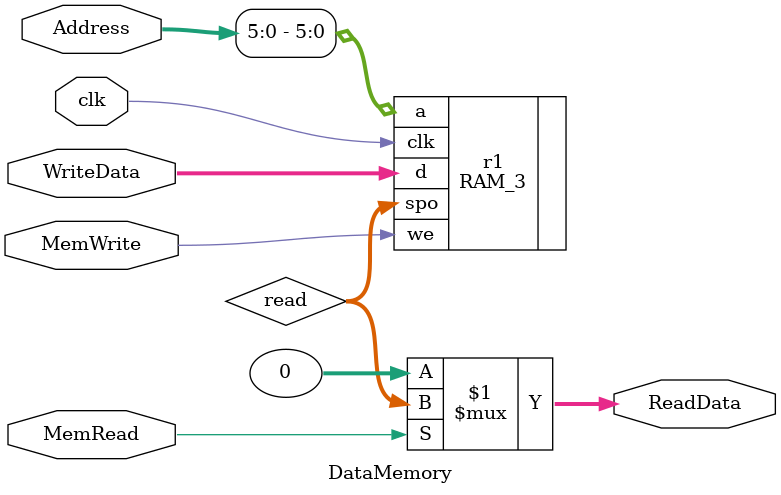
<source format=v>
`timescale 1ns / 1ps
module DataMemory(
    input [31:0] Address,
    input [31:0] WriteData,
    input MemWrite,
    input MemRead,
	 input clk,
    output [31:0] ReadData
    );
	 
	 wire [31:0] read;
	 
	 assign ReadData = MemRead ? read:0;
	 /*
		RAM_1 r1(
		.a(Address[5:0]),
		.d(WriteData),
		.we(MemWrite),
		.clk(clk),
		.spo(read)
	);
	*/
	
	
	
	/*
		RAM_2 r1(
		.a(Address[9:0]),
		.d(WriteData),
		.we(MemWrite),
		.clk(clk),
		.spo(read)
	);
	*/
	
	 
	
		RAM_3 r1(
		.a(Address[5:0]),
		.d(WriteData),
		.we(MemWrite),
		.clk(clk),
		.spo(read)
	);
	
	
	
	 


endmodule

</source>
